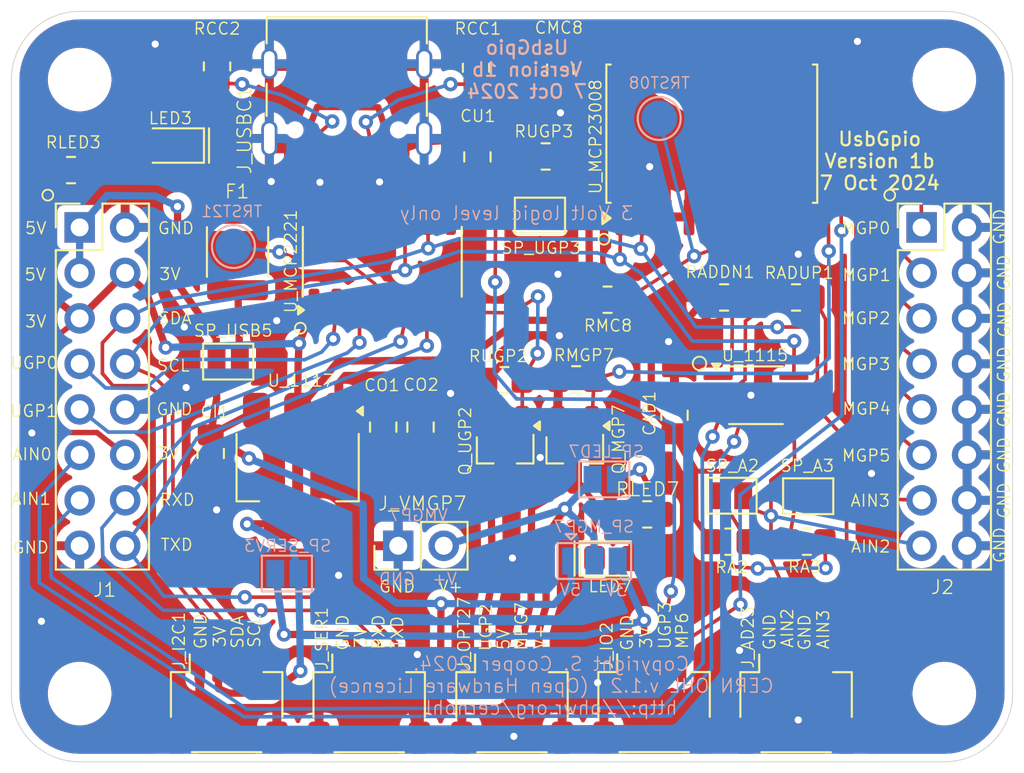
<source format=kicad_pcb>
(kicad_pcb (version 20240108) (generator "pcbnew") (generator_version "8.0")
  (title_block (title "UsbGpio") (date "2024-10-07") (rev "1b"))
  (layers (0 "F.Cu" signal) (31 "B.Cu" signal) (34 "B.Paste" user) (35 "F.Paste" user) (36 "B.SilkS" user "B.Silkscreen") (37 "F.SilkS" user "F.Silkscreen") (38 "B.Mask" user) (39 "F.Mask" user) (44 "Edge.Cuts" user))
  (net 0 "")
  (net 1 "GND")
  (net 2 "+5V")
  (net 3 "Net-(U_MCP2221-VUSB)")
  (net 4 "Net-(F1-Pad2)")
  (net 5 "+3V3")
  (net 6 "SCL")
  (net 7 "SDA")
  (net 8 "TXD")
  (net 9 "RXD")
  (net 11 "AIN3")
  (net 12 "USB+")
  (net 13 "USB-")
  (net 14 "Net-(J_USBC1-CC2)")
  (net 15 "Net-(J_USBC1-CC1)")
  (net 16 "AIN0")
  (net 17 "/ADDR")
  (net 18 "/RDY")
  (net 19 "AIN2")
  (net 20 "/OUGP2")
  (net 21 "/OMPG7")
  (net 22 "AIN1")
  (net 23 "/VSER+")
  (net 24 "UGP1")
  (net 26 "UGP0")
  (net 27 "UGP2")
  (net 28 "Net-(SP_A2-B)")
  (net 29 "Net-(SP_A3-B)")
  (net 30 "UGP3")
  (net 31 "Net-(U_MCP23008-~{RESET})")
  (net 32 "MGP7")
  (net 33 "Net-(U_MCP2221-~{RST})")
  (net 34 "MGP5")
  (net 35 "MGP1")
  (net 36 "MGP0")
  (net 37 "MGP2")
  (net 38 "MGP3")
  (net 39 "Net-(J_OPT27-Pin_4)")
  (net 40 "MGP4")
  (net 41 "MGP6")
  (net 44 "Net-(LED3-A)")
  (net 45 "Net-(SP_UGP3-A)")
  (net 46 "Net-(SP_LED7-B)")
  (net 47 "Net-(SP_USB5-A)")
  (net 48 "Net-(LED7-A)")
  (footprint "MountingHole:MountingHole_3.2mm_M3" (layer "F.Cu") (at 3.81 3.81)
    (property "Reference" "H1")
    (property "Value" "MountingHole" (hide yes))
  )
  (footprint "MountingHole:MountingHole_3.2mm_M3" (layer "F.Cu") (at 52.07 3.81)
    (property "Reference" "H2")
    (property "Value" "MountingHole" (hide yes))
  )
  (footprint "Resistor_SMD:R_0805_2012Metric_Pad1.20x1.40mm_HandSolder" (layer "F.Cu") (at 31.5214 20.5514 180)
    (property "Reference" "RMGP7")
    (property "Value" "10K" (hide yes))
  )
  (footprint "Fuse:Fuse_1812_4532Metric" (layer "F.Cu") (at 12.6238 13.4366 90)
    (property "Reference" "F1")
    (property "Value" "500ma" (hide yes))
  )
  (footprint "Capacitor_SMD:C_0805_2012Metric_Pad1.18x1.45mm_HandSolder" (layer "F.Cu") (at 20.7518 23.2195 90)
    (property "Reference" "CO1")
    (property "Value" "4.7uF" (hide yes))
  )
  (footprint "Connector_JST:JST_SH_SM04B-SRSS-TB_1x04-1MP_P1.00mm_Horizontal" (layer "F.Cu") (at 19.9704 38.6888)
    (property "Reference" "J_SER1")
    (property "Value" "Conn_01x04_MountingPin" (hide yes))
  )
  (footprint "Connector_PinHeader_2.54mm:PinHeader_1x02_P2.54mm_Vertical" (layer "F.Cu") (at 21.59 29.845 90)
    (property "Reference" "J_VMGP7")
    (property "Value" "Conn_01x02" (hide yes))
  )
  (footprint "Resistor_SMD:R_0805_2012Metric_Pad1.20x1.40mm_HandSolder" (layer "F.Cu") (at 29.8196 8.1026 180)
    (property "Reference" "RUGP3")
    (property "Value" "10K" (hide yes))
  )
  (footprint "Package_TO_SOT_SMD:SOT-23_Handsoldering" (layer "F.Cu") (at 27.559 24.487 -90)
    (property "Reference" "Q_UGP2")
    (property "Value" "2N7002K" (hide yes))
  )
  (footprint "Resistor_SMD:R_0805_2012Metric_Pad1.20x1.40mm_HandSolder" (layer "F.Cu") (at 43.7896 15.9766)
    (property "Reference" "RADUP1")
    (property "Value" "10K" (hide yes))
  )
  (footprint "Connector_JST:JST_SH_SM04B-SRSS-TB_1x04-1MP_P1.00mm_Horizontal" (layer "F.Cu") (at 35.8694 38.6822)
    (property "Reference" "J_IO2")
    (property "Value" "Conn_01x04_MountingPin" (hide yes))
  )
  (footprint "UsbGpio:USB_C_Receptacle_Palconn_UTC16-G_MOD" (layer "F.Cu") (at 18.7178 5.168 180)
    (property "Reference" "J_USBC1")
    (property "Value" "USB_C_Receptacle_USB2.0" (hide yes))
  )
  (footprint "Capacitor_SMD:C_0805_2012Metric_Pad1.18x1.45mm_HandSolder" (layer "F.Cu") (at 22.8346 23.2195 90)
    (property "Reference" "CO2")
    (property "Value" "0.1uF" (hide yes))
  )
  (footprint "Resistor_SMD:R_0805_2012Metric_Pad1.20x1.40mm_HandSolder" (layer "F.Cu") (at 33.274 16.1036 180)
    (property "Reference" "RMC8")
    (property "Value" "10K" (hide yes))
  )
  (footprint "Package_TO_SOT_SMD:SOT-23_Handsoldering" (layer "F.Cu") (at 31.4452 24.487 -90)
    (property "Reference" "Q_MGP7")
    (property "Value" "2N7002K" (hide yes))
  )
  (footprint "Capacitor_SMD:C_0805_2012Metric_Pad1.18x1.45mm_HandSolder" (layer "F.Cu") (at 11.1252 24.6888 -90)
    (property "Reference" "CI1")
    (property "Value" "1uF" (hide yes))
  )
  (footprint "Resistor_SMD:R_0805_2012Metric_Pad1.20x1.40mm_HandSolder" (layer "F.Cu") (at 44.3992 29.6164)
    (property "Reference" "RA3")
    (property "Value" "10K" (hide yes))
  )
  (footprint "Jumper:SolderJumper-2_P1.3mm_Open_Pad1.0x1.5mm" (layer "F.Cu") (at 29.4998 11.4046 180)
    (property "Reference" "SP_UGP3")
    (property "Value" "SolderJumper_2_Open" (hide yes))
  )
  (footprint "Capacitor_SMD:C_0805_2012Metric_Pad1.18x1.45mm_HandSolder" (layer "F.Cu") (at 26.0096 8.128 90)
    (property "Reference" "CU1")
    (property "Value" "1uF" (hide yes))
  )
  (footprint "Package_SO:SOIC-18W_7.5x11.6mm_P1.27mm" (layer "F.Cu") (at 39.0906 6.8308 90)
    (property "Reference" "U_MCP23008")
    (property "Value" "MCP23008-xSO" (hide yes))
  )
  (footprint "Resistor_SMD:R_0805_2012Metric" (layer "F.Cu") (at 3.3274 8.8646 180)
    (property "Reference" "RLED3")
    (property "Value" "330" (hide yes))
  )
  (footprint "Resistor_SMD:R_0805_2012Metric" (layer "F.Cu") (at 25.9334 3.1496 90)
    (property "Reference" "RCC1")
    (property "Value" "5K1" (hide yes))
  )
  (footprint "Connector_JST:JST_SH_SM04B-SRSS-TB_1x04-1MP_P1.00mm_Horizontal" (layer "F.Cu") (at 12.0142 38.6842)
    (property "Reference" "J_I2C1")
    (property "Value" "Conn_01x04_MountingPin" (hide yes))
  )
  (footprint "Connector_JST:JST_SH_SM04B-SRSS-TB_1x04-1MP_P1.00mm_Horizontal" (layer "F.Cu") (at 27.94 38.6888)
    (property "Reference" "J_OPT27")
    (property "Value" "Conn_01x04_MountingPin" (hide yes))
  )
  (footprint "Jumper:SolderJumper-2_P1.3mm_Open_Pad1.0x1.5mm" (layer "F.Cu") (at 12.1008 19.558 180)
    (property "Reference" "SP_USB5")
    (property "Value" "SolderJumper_2_Open" (hide yes))
  )
  (footprint "Resistor_SMD:R_0805_2012Metric_Pad1.20x1.40mm_HandSolder" (layer "F.Cu") (at 39.7764 15.9766)
    (property "Reference" "RADDN1")
    (property "Value" "10K" (hide yes))
  )
  (footprint "MountingHole:MountingHole_3.2mm_M3" (layer "F.Cu") (at 3.81 38.1)
    (property "Reference" "H3")
    (property "Value" "MountingHole" (hide yes))
  )
  (footprint "MountingHole:MountingHole_3.2mm_M3" (layer "F.Cu") (at 52.07 38.1)
    (property "Reference" "H4")
    (property "Value" "MountingHole" (hide yes))
  )
  (footprint "Connector_JST:JST_SH_SM04B-SRSS-TB_1x04-1MP_P1.00mm_Horizontal" (layer "F.Cu") (at 43.7956 38.6888)
    (property "Reference" "J_AD23")
    (property "Value" "Conn_01x04_MountingPin" (hide yes))
  )
  (footprint "Resistor_SMD:R_0805_2012Metric_Pad1.20x1.40mm_HandSolder" (layer "F.Cu") (at 27.5184 20.5994 180)
    (property "Reference" "RUGP2")
    (property "Value" "10K" (hide yes))
  )
  (footprint "Resistor_SMD:R_0805_2012Metric" (layer "F.Cu") (at 11.4788 3.0738 90)
    (property "Reference" "RCC2")
    (property "Value" "5K1" (hide yes))
  )
  (footprint "Capacitor_SMD:C_0805_2012Metric_Pad1.18x1.45mm_HandSolder" (layer "F.Cu") (at 37.0078 22.5552 -90)
    (property "Reference" "CAD1")
    (property "Value" "0.1uF" (hide yes))
  )
  (footprint "LED_SMD:LED_0805_2012Metric_Pad1.15x1.40mm_HandSolder" (layer "F.Cu") (at 33.5698 30.5562)
    (property "Reference" "LED7")
    (property "Value" "blue" (hide yes))
  )
  (footprint "Package_SO:SOIC-14_3.9x8.7mm_P1.27mm" (layer "F.Cu") (at 20.701 13.9842 90)
    (property "Reference" "U_MCP2221")
    (property "Value" "MCP2221AxSL" (hide yes))
  )
  (footprint "LED_SMD:LED_0805_2012Metric_Pad1.15x1.40mm_HandSolder" (layer "F.Cu") (at 8.89 7.493 180)
    (property "Reference" "LED3")
    (property "Value" "yellow" (hide yes))
  )
  (footprint "Capacitor_SMD:C_0805_2012Metric_Pad1.18x1.45mm_HandSolder" (layer "F.Cu") (at 30.6324 3.2258 90)
    (property "Reference" "CMC8")
    (property "Value" "0.1uF" (hide yes))
  )
  (footprint "UsbGpio:MSOP-10_3x3mm_P0.5mm_MOD" (layer "F.Cu") (at 41.5544 21.4376)
    (property "Reference" "U_1115")
    (property "Value" "ADS1115" (hide yes))
  )
  (footprint "Connector_PinHeader_2.54mm:PinHeader_2x08_P2.54mm_Vertical" (layer "F.Cu") (at 50.8 12.065)
    (property "Reference" "J2")
    (property "Value" "Conn_02x08_Odd_Even" (hide yes))
  )
  (footprint "Resistor_SMD:R_0805_2012Metric" (layer "F.Cu") (at 35.4857 28.0924)
    (property "Reference" "RLED7")
    (property "Value" "330" (hide yes))
  )
  (footprint "Package_TO_SOT_SMD:SOT-223-3_TabPin2" (layer "F.Cu") (at 15.9766 25.4508 -90)
    (property "Reference" "U_1117")
    (property "Value" "AZ1117-3.3" (hide yes))
  )
  (footprint "Jumper:SolderJumper-2_P1.3mm_Open_Pad1.0x1.5mm" (layer "F.Cu") (at 40.1932 27.051 180)
    (property "Reference" "SP_A2")
    (property "Value" "SolderJumper_2_Open" (hide yes))
  )
  (footprint "Connector_PinHeader_2.54mm:PinHeader_2x08_P2.54mm_Vertical" (layer "F.Cu") (at 3.81 12.065)
    (property "Reference" "J1")
    (property "Value" "Conn_02x08_Odd_Even" (hide yes))
  )
  (footprint "Resistor_SMD:R_0805_2012Metric_Pad1.20x1.40mm_HandSolder" (layer "F.Cu") (at 40.0718 29.6164 180)
    (property "Reference" "RA2")
    (property "Value" "10K" (hide yes))
  )
  (footprint "Jumper:SolderJumper-2_P1.3mm_Open_Pad1.0x1.5mm" (layer "F.Cu") (at 44.4708 27.0764 180)
    (property "Reference" "SP_A3")
    (property "Value" "SolderJumper_2_Open" (hide yes))
  )
  (footprint "Jumper:SolderJumper-2_P1.3mm_Open_Pad1.0x1.5mm" (layer "B.Cu") (at 15.3774 31.3944 180)
    (property "Reference" "SP_SERV3")
    (property "Value" "SolderJumper_2_Open" (hide yes))
  )
  (footprint "TestPoint:TestPoint_Pad_D2.0mm" (layer "B.Cu") (at 12.3952 13.1318 180)
    (property "Reference" "TRST21")
    (property "Value" "TestPoint" (hide yes))
  )
  (footprint "Jumper:SolderJumper-3_P1.3mm_Open_Pad1.0x1.5mm" (layer "B.Cu") (at 32.5374 30.6931)
    (property "Reference" "SP_MGP7")
    (property "Value" "SolderJumper_3_Open" (hide yes))
  )
  (footprint "Jumper:SolderJumper-2_P1.3mm_Open_Pad1.0x1.5mm" (layer "B.Cu") (at 33.0858 26.1366)
    (property "Reference" "SP_LED7")
    (property "Value" "SolderJumper_2_Open" (hide yes))
  )
  (footprint "TestPoint:TestPoint_Pad_D2.0mm" (layer "B.Cu") (at 36.1569 5.9817 180)
    (property "Reference" "TRST08")
    (property "Value" "TestPoint" (hide yes))
  )
  (gr_line (start 52.07 41.91) (end 3.81 41.91) (stroke (width 0.05)) (layer "Edge.Cuts"))
  (gr_arc (start 0 3.81) (mid 1.115923 1.115923) (end 3.81 0) (stroke (width 0.05)) (layer "Edge.Cuts"))
  (gr_arc (start 3.81 41.91) (mid 1.115923 40.794077) (end 0 38.1) (stroke (width 0.05)) (layer "Edge.Cuts"))
  (gr_line (start 0 38.1) (end 0 3.81) (stroke (width 0.05)) (layer "Edge.Cuts"))
  (gr_arc (start 55.88 38.1) (mid 54.764077 40.794077) (end 52.07 41.91) (stroke (width 0.05)) (layer "Edge.Cuts"))
  (gr_arc (start 52.07 0) (mid 54.764077 1.115923) (end 55.88 3.81) (stroke (width 0.05)) (layer "Edge.Cuts"))
  (gr_line (start 3.81 0) (end 52.07 0) (stroke (width 0.05)) (layer "Edge.Cuts"))
  (gr_line (start 55.88 3.81) (end 55.88 38.1) (stroke (width 0.05)) (layer "Edge.Cuts"))
  (gr_text "5V" (at 31.8516 32.6898 0) (layer "B.SilkS") (effects (font (size 0.6604 0.6604) (thickness 0.0762)) (justify left bottom mirror)))
  (gr_text "Copyright S. Cooper 2024.\nCERN OHL v.1.2  (Open Hardware Licence)\nhttp://ohwr.org/cernohl" (at 30.1244 37.6682 0) (layer "B.SilkS") (effects (font (size 0.762 0.762) (thickness 0.0762)) (justify mirror)))
  (gr_text "GND" (at 22.5806 32.0802 0) (layer "B.SilkS") (effects (font (size 0.6604 0.6604) (thickness 0.0762)) (justify left bottom mirror)))
  (gr_text "VMGP7" (at 24.4094 28.5242 0) (layer "B.SilkS") (effects (font (size 0.6604 0.6604) (thickness 0.0762)) (justify left bottom mirror)))
  (gr_text "3V" (at 34.417 32.7152 0) (layer "B.SilkS") (effects (font (size 0.6604 0.6604) (thickness 0.0762)) (justify left bottom mirror)))
  (gr_text "3 Volt logic level only" (at 28.194 11.2776 0) (layer "B.SilkS") (effects (font (size 0.762 0.762) (thickness 0.0762)) (justify mirror)))
  (gr_text "UsbGpio\nVersion 1b\n7 Oct 2024" (at 28.7782 3.2512 0) (layer "B.SilkS") (effects (font (size 0.762 0.762) (thickness 0.127) (bold yes)) (justify mirror)))
  (gr_text "V+" (at 24.9174 32.0802 0) (layer "B.SilkS") (effects (font (size 0.6604 0.6604) (thickness 0.0762)) (justify left bottom mirror)))
  (gr_text "UsbGpio\nVersion 1b\n7 Oct 2024" (at 48.4632 8.3566 0) (layer "F.SilkS") (effects (font (size 0.762 0.762) (thickness 0.127) (bold yes))))
  (gr_text "AIN1" (at -0.0508 27.6098 0) (layer "F.SilkS") (effects (font (size 0.6604 0.6604) (thickness 0.0762)) (justify left bottom)))
  (gr_text "GND" (at 18.8736 35.7444 90) (layer "F.SilkS") (effects (font (size 0.6604 0.6604) (thickness 0.0762)) (justify left bottom)))
  (gr_text "GND" (at 55.7784 25.8318 90) (layer "F.SilkS") (effects (font (size 0.6604 0.6604) (thickness 0.0762)) (justify left bottom)))
  (gr_text "GND" (at 0.0254 30.3276 0) (layer "F.SilkS") (effects (font (size 0.6604 0.6604) (thickness 0.0762)) (justify left bottom)))
  (gr_text "GND" (at 55.7784 20.7772 90) (layer "F.SilkS") (effects (font (size 0.6604 0.6604) (thickness 0.0762)) (justify left bottom)))
  (gr_text "RXD" (at 8.2296 27.6606 0) (layer "F.SilkS") (effects (font (size 0.6604 0.6604) (thickness 0.0762)) (justify left bottom)))
  (gr_text "GND" (at 44.6532 35.7378 90) (layer "F.SilkS") (effects (font (size 0.6604 0.6604) (thickness 0.0762)) (justify left bottom)))
  (gr_text "V+" (at 23.7744 32.512 0) (layer "F.SilkS") (effects (font (size 0.6604 0.6604) (thickness 0.0762)) (justify left bottom)))
  (gr_text "3V" (at 8.2042 15.0622 0) (layer "F.SilkS") (effects (font (size 0.6604 0.6604) (thickness 0.0762)) (justify left bottom)))
  (gr_text "GND" (at 55.5498 13.081 90) (layer "F.SilkS") (effects (font (size 0.6604 0.6604) (thickness 0.0762)) (justify left bottom)))
  (gr_text "MP6" (at 37.8192 35.655 90) (layer "F.SilkS") (effects (font (size 0.6604 0.6604) (thickness 0.0762)) (justify left bottom)))
  (gr_text "5V" (at 0.7112 12.4968 0) (layer "F.SilkS") (effects (font (size 0.6604 0.6604) (thickness 0.0762)) (justify left bottom)))
  (gr_text "V+" (at 29.8898 35.6616 90) (layer "F.SilkS") (effects (font (size 0.6604 0.6604) (thickness 0.0762)) (justify left bottom)))
  (gr_text "MGP0" (at 46.3042 12.4968 0) (layer "F.SilkS") (effects (font (size 0.6604 0.6604) (thickness 0.0762)) (justify left bottom)))
  (gr_text "GND" (at 55.7784 23.2918 90) (layer "F.SilkS") (effects (font (size 0.6604 0.6604) (thickness 0.0762)) (justify left bottom)))
  (gr_text "GND" (at 8.0518 22.606 0) (layer "F.SilkS") (effects (font (size 0.6604 0.6604) (thickness 0.0762)) (justify left bottom)))
  (gr_text "MGP5" (at 46.3042 25.1968 0) (layer "F.SilkS") (effects (font (size 0.6604 0.6604) (thickness 0.0762)) (justify left bottom)))
  (gr_text "SDA" (at 13.0048 35.6362 90) (layer "F.SilkS") (effects (font (size 0.6604 0.6604) (thickness 0.0762)) (justify left bottom)))
  (gr_text "3V" (at 8.1026 25.0698 0) (layer "F.SilkS") (effects (font (size 0.6604 0.6604) (thickness 0.0762)) (justify left bottom)))
  (gr_text "GND" (at 20.4724 32.512 0) (layer "F.SilkS") (effects (font (size 0.6604 0.6604) (thickness 0.0762)) (justify left bottom)))
  (gr_text "3V" (at 0.7112 17.7038 0) (layer "F.SilkS") (effects (font (size 0.6604 0.6604) (thickness 0.0762)) (justify left bottom)))
  (gr_text "MGP4" (at 46.3296 22.5806 0) (layer "F.SilkS") (effects (font (size 0.6604 0.6604) (thickness 0.0762)) (justify left bottom)))
  (gr_text "GND" (at 55.8038 18.2626 90) (layer "F.SilkS") (effects (font (size 0.6604 0.6604) (thickness 0.0762)) (justify left bottom)))
  (gr_text "SCL" (at 13.9446 35.5854 90) (layer "F.SilkS") (effects (font (size 0.6604 0.6604) (thickness 0.0762)) (justify left bottom)))
  (gr_text "TXD" (at 21.9202 35.6108 90) (layer "F.SilkS") (effects (font (size 0.6604 0.6604) (thickness 0.0762)) (justify left bottom)))
  (gr_text "MGP1" (at 46.3296 15.113 0) (layer "F.SilkS") (effects (font (size 0.6604 0.6604) (thickness 0.0762)) (justify left bottom)))
  (gr_text "RXD" (at 20.8788 35.687 90) (layer "F.SilkS") (effects (font (size 0.6604 0.6604) (thickness 0.0762)) (justify left bottom)))
  (gr_text "AIN3" (at 46.7868 27.7114 0) (layer "F.SilkS") (effects (font (size 0.6604 0.6604) (thickness 0.0762)) (justify left bottom)))
  (gr_text "3V" (at 35.8126 35.6296 90) (layer "F.SilkS") (effects (font (size 0.6604 0.6604) (thickness 0.0762)) (justify left bottom)))
  (gr_text "GND" (at 10.9488 35.6682 90) (layer "F.SilkS") (effects (font (size 0.6604 0.6604) (thickness 0.0762)) (justify left bottom)))
  (gr_text "UGP1" (at -0.127 22.7076 0) (layer "F.SilkS") (effects (font (size 0.6604 0.6604) (thickness 0.0762)) (justify left bottom)))
  (gr_text "GND" (at 42.6988 35.719 90) (layer "F.SilkS") (effects (font (size 0.6604 0.6604) (thickness 0.0762)) (justify left bottom)))
  (gr_text "UGP2" (at 26.8686 35.7698 90) (layer "F.SilkS") (effects (font (size 0.6604 0.6604) (thickness 0.0762)) (justify left bottom)))
  (gr_text "TXD" (at 8.2804 30.1752 0) (layer "F.SilkS") (effects (font (size 0.6604 0.6604) (thickness 0.0762)) (justify left bottom)))
  (gr_text "GND" (at 34.7458 35.7566 90) (layer "F.SilkS") (effects (font (size 0.6604 0.6604) (thickness 0.0762)) (justify left bottom)))
  (gr_text "AIN2" (at 43.6894 35.592 90) (layer "F.SilkS") (effects (font (size 0.6604 0.6604) (thickness 0.0762)) (justify left bottom)))
  (gr_text "UGP0" (at -0.1016 20.0152 0) (layer "F.SilkS") (effects (font (size 0.6604 0.6604) (thickness 0.0762)) (justify left bottom)))
  (gr_text "5V" (at 0.6858 15.0876 0) (layer "F.SilkS") (effects (font (size 0.6604 0.6604) (thickness 0.0762)) (justify left bottom)))
  (gr_text "AIN2" (at 46.8122 30.2768 0) (layer "F.SilkS") (effects (font (size 0.6604 0.6604) (thickness 0.0762)) (justify left bottom)))
  (gr_text "GND" (at 55.7784 15.6464 90) (layer "F.SilkS") (effects (font (size 0.6604 0.6604) (thickness 0.0762)) (justify left bottom)))
  (gr_text "3V" (at 19.8882 35.6108 90) (layer "F.SilkS") (effects (font (size 0.6604 0.6604) (thickness 0.0762)) (justify left bottom)))
  (gr_text "SDA" (at 8.1534 17.526 0) (layer "F.SilkS") (effects (font (size 0.6604 0.6604) (thickness 0.0762)) (justify left bottom)))
  (gr_text "AIN3" (at 45.6946 35.6682 90) (layer "F.SilkS") (effects (font (size 0.6604 0.6604) (thickness 0.0762)) (justify left bottom)))
  (gr_text "MGP2" (at 46.3042 17.526 0) (layer "F.SilkS") (effects (font (size 0.6604 0.6604) (thickness 0.0762)) (justify left bottom)))
  (gr_text "SCL" (at 8.0772 20.1676 0) (layer "F.SilkS") (effects (font (size 0.6604 0.6604) (thickness 0.0762)) (justify left bottom)))
  (gr_text "3V" (at 12.0142 35.56 90) (layer "F.SilkS") (effects (font (size 0.6604 0.6604) (thickness 0.0762)) (justify left bottom)))
  (gr_text "GND" (at 55.7784 28.3718 90) (layer "F.SilkS") (effects (font (size 0.6604 0.6604) (thickness 0.0762)) (justify left bottom)))
  (gr_text "AIN0" (at 0 25.1206 0) (layer "F.SilkS") (effects (font (size 0.6604 0.6604) (thickness 0.0762)) (justify left bottom)))
  (gr_text "MPG7" (at 28.8498 35.7444 90) (layer "F.SilkS") (effects (font (size 0.6604 0.6604) (thickness 0.0762)) (justify left bottom)))
  (gr_text "UGP3" (at 36.8554 35.6616 90) (layer "F.SilkS") (effects (font (size 0.6604 0.6604) (thickness 0.0762)) (justify left bottom)))
  (gr_text "5V" (at 27.8578 35.7124 90) (layer "F.SilkS") (effects (font (size 0.6604 0.6604) (thickness 0.0762)) (justify left bottom)))
  (gr_text "MGP3" (at 46.3042 20.0914 0) (layer "F.SilkS") (effects (font (size 0.6604 0.6604) (thickness 0.0762)) (justify left bottom)))
  (gr_text "GND" (at 55.5498 30.861 90) (layer "F.SilkS") (effects (font (size 0.6604 0.6604) (thickness 0.0762)) (justify left bottom)))
  (gr_text "GND" (at 8.128 12.4968 0) (layer "F.SilkS") (effects (font (size 0.6604 0.6604) (thickness 0.0762)) (justify left bottom)))
  (segment (start 9.7536 21.0058) (end 9.779 25.707608) (width 0.4064) (layer "F.Cu") (net 1))
  (segment (start 21.59 29.845) (end 21.59 31.496) (width 0.4064) (layer "F.Cu") (net 1))
  (segment (start 37.8587 8.7249) (end 35.6235 8.6741) (width 0.4064) (layer "F.Cu") (net 1))
  (segment (start 3.8608 31.4198) (end 3.81 29.845) (width 0.4064) (layer "F.Cu") (net 1))
  (segment (start 25.9334 2.2371) (end 23.0378 3.1198) (width 0.2032) (layer "F.Cu") (net 1))
  (segment (start 30.645118 5.6642) (end 26.0096 7.0905) (width 0.4064) (layer "F.Cu") (net 1))
  (segment (start 37.8206 11.4808) (end 37.8587 8.7249) (width 0.4064) (layer "F.Cu") (net 1))
  (segment (start 14.5034 9.50246) (end 9.9568 9.4742) (width 0.4064) (layer "F.Cu") (net 1))
  (segment (start 26.0096 7.0905) (end 23.0378 7.2898) (width 0.4064) (layer "F.Cu") (net 1))
  (segment (start 20.5486 9.525) (end 21.8948 8.6614) (width 0.4064) (layer "F.Cu") (net 1))
  (segment (start 30.5214 20.5514) (end 30.4952 22.987) (width 0.4064) (layer "F.Cu") (net 1))
  (segment (start 38.3794 21.4376) (end 39.4419 21.4376) (width 0.2794) (layer "F.Cu") (net 1))
  (segment (start 34.417 40.5084) (end 33.0902 40.5084) (width 0.4064) (layer "F.Cu") (net 1))
  (segment (start 30.5816 18.1102) (end 28.8544 18.0848) (width 0.4064) (layer "F.Cu") (net 1))
  (segment (start 53.3146 31.115) (end 46.5836 37.9222) (width 0.4064) (layer "F.Cu") (net 1))
  (segment (start 44.315 36.6334) (end 44.323 37.9222) (width 0.4064) (layer "F.Cu") (net 1))
  (segment (start 26.609 22.4) (end 26.6192 24.765) (width 0.4064) (layer "F.Cu") (net 1))
  (segment (start 18.4898 36.6334) (end 18.4912 40.5084) (width 0.4064) (layer "F.Cu") (net 1))
  (segment (start 43.9547 9.7409) (end 41.9481 8.6995) (width 0.4064) (layer "F.Cu") (net 1))
  (segment (start 9.2142 40.5084) (end 10.541 40.5084) (width 0.4064) (layer "F.Cu") (net 1))
  (segment (start 18.4912 40.5084) (end 22.7898 40.5084) (width 0.4064) (layer "F.Cu") (net 1))
  (segment (start 10.5142 36.6842) (end 3.8608 31.4198) (width 0.4064) (layer "F.Cu") (net 1))
  (segment (start 40.64 35.687) (end 42.2956 36.6888) (width 0.2794) (layer "F.Cu") (net 1))
  (segment (start 14.3978 3.1198) (end 23.0378 3.1198) (width 0.4064) (layer "F.Cu") (net 1))
  (segment (start 26.5184 20.5994) (end 24.511 21.336) (width 0.4064) (layer "F.Cu") (net 1))
  (segment (start 44.323 37.9222) (end 43.5102 38.6842) (width 0.4064) (layer "F.Cu") (net 1))
  (segment (start 30.6324 4.2633) (end 30.645118 5.6642) (width 0.3048) (layer "F.Cu") (net 1))
  (segment (start 30.74 40.5084) (end 22.7898 40.5084) (width 0.4064) (layer "F.Cu") (net 1))
  (segment (start 10.5142 36.6842) (end 10.541 40.5084) (width 0.4064) (layer "F.Cu") (net 1))
  (segment (start 10.5142 36.6334) (end 10.5142 36.6842) (width 0.4064) (layer "F.Cu") (net 1))
  (segment (start 21.59 31.496) (end 22.2504 32.004) (width 0.4064) (layer "F.Cu") (net 1))
  (segment (start 15.5178 7.678) (end 14.3978 7.2898) (width 0.4064) (layer "F.Cu") (net 1))
  (segment (start 23.0378 7.2898) (end 23.0378 3.1198) (width 0.4064) (layer "F.Cu") (net 1))
  (segment (start 21.6154 28.3464) (end 21.59 29.845) (width 0.4064) (layer "F.Cu") (net 1))
  (segment (start 46.5836 37.9222) (end 46.615 40.5084) (width 0.4064) (layer "F.Cu") (net 1))
  (segment (start 20.7518 22.182) (end 22.8346 22.182) (width 0.4064) (layer "F.Cu") (net 1))
  (segment (start 44.1706 11.4808) (end 43.9547 9.7409) (width 0.4064) (layer "F.Cu") (net 1))
  (segment (start 17.1898 40.5084) (end 18.4912 40.5084) (width 0.4064) (layer "F.Cu") (net 1))
  (segment (start 30.74 40.5638) (end 30.74 40.5084) (width 0.3556) (layer "F.Cu") (net 1))
  (segment (start 9.7536 21.0058) (end 9.652 17.8562) (width 0.4064) (layer "F.Cu") (net 1))
  (segment (start 8.128 10.0838) (end 9.9568 9.4742) (width 0.4064) (layer "F.Cu") (net 1))
  (segment (start 10.541 40.5084) (end 14.8142 40.5084) (width 0.4064) (layer "F.Cu") (net 1))
  (segment (start 36.5506 11.4808) (end 39.0906 11.4808) (width 0.2032) (layer "F.Cu") (net 1))
  (segment (start 42.315 36.6334) (end 42.3418 40.5084) (width 0.4064) (layer "F.Cu") (net 1))
  (segment (start 9.9568 9.4742) (end 9.915 7.493) (width 0.4064) (layer "F.Cu") (net 1))
  (segment (start 46.615 40.5084) (end 34.417 40.5084) (width 0.4064) (layer "F.Cu") (net 1))
  (segment (start 9.779 25.707608) (end 11.1252 25.7263) (width 0.4064) (layer "F.Cu") (net 1))
  (segment (start 8.150546 12.0904) (end 6.35 12.065) (width 0.4064) (layer "F.Cu") (net 1))
  (segment (start 33.0902 40.5084) (end 30.74 40.5638) (width 0.4064) (layer "F.Cu") (net 1))
  (segment (start 20.7518 22.182) (end 18.2766 22.3008) (width 0.4064) (layer "F.Cu") (net 1))
  (segment (start 53.34 29.845) (end 53.3146 31.115) (width 0.4064) (layer "F.Cu") (net 1))
  (segment (start 30.5816 18.1102) (end 30.5214 20.5514) (width 0.4064) (layer "F.Cu") (net 1))
  (segment (start 21.8948 8.6614) (end 21.9178 7.678) (width 0.4064) (layer "F.Cu") (net 1))
  (segment (start 24.511 21.336) (end 22.8346 22.182) (width 0.4064) (layer "F.Cu") (net 1))
  (segment (start 41.9481 8.6995) (end 37.8587 8.7249) (width 0.4064) (layer "F.Cu") (net 1))
  (segment (start 43.9166 13.5636) (end 39.3954 14.6558) (width 0.4064) (layer "F.Cu") (net 1))
  (segment (start 34.417 40.5084) (end 34.3694 36.6822) (width 0.4064) (layer "F.Cu") (net 1))
  (segment (start 8.1788 14.605) (end 8.128 10.0838) (width 0.4064) (layer "F.Cu") (net 1))
  (segment (start 9.779 25.707608) (end 9.779 29.1084) (width 0.4064) (layer "F.Cu") (net 1))
  (segment (start 38.7764 15.9766) (end 36.6776 18.4443) (width 0.4064) (layer "F.Cu") (net 1))
  (segment (start 39.4419 21.4376) (end 41.275 21.4376) (width 0.2794) (layer "F.Cu") (net 1))
  (segment (start 21.9178 7.678) (end 23.0378 7.2898) (width 0.4064) (layer "F.Cu") (net 1))
  (segment (start 22.2504 32.004) (end 22.225 38.6588) (width 0.4064) (layer "F.Cu") (net 1))
  (segment (start 17.1898 40.5084) (end 14.8142 40.5084) (width 0.4064) (layer "F.Cu") (net 1))
  (segment (start 39.3954 14.6558) (end 38.7764 15.9766) (width 0.4064) (layer "F.Cu") (net 1))
  (segment (start 43.5102 38.6842) (end 42.329359 38.7096) (width 0.4064) (layer "F.Cu") (net 1))
  (segment (start 9.652 17.8562) (end 8.1788 14.605) (width 0.4064) (layer "F.Cu") (net 1))
  (segment (start 26.6192 24.765) (end 21.6154 28.3464) (width 0.4064) (layer "F.Cu") (net 1))
  (segment (start 9.779 29.1084) (end 13.0302 31.496) (width 0.4064) (layer "F.Cu") (net 1))
  (segment (start 13.0302 31.496) (end 21.59 31.496) (width 0.4064) (layer "F.Cu") (net 1))
  (segment (start 26.5184 20.5994) (end 26.609 22.987) (width 0.4064) (layer "F.Cu") (net 1))
  (segment (start 28.8544 18.0848) (end 26.5184 20.5994) (width 0.4064) (layer "F.Cu") (net 1))
  (segment (start 37.0078 21.5177) (end 38.3794 21.4376) (width 0.2794) (layer "F.Cu") (net 1))
  (segment (start 36.6776 18.4443) (end 37.0078 21.5177) (width 0.2794) (layer "F.Cu") (net 1))
  (segment (start 17.2212 9.545566) (end 16.891 11.5092) (width 0.4064) (layer "F.Cu") (net 1))
  (segment (start 22.225 38.6588) (end 22.7704 40.5638) (width 0.4064) (layer "F.Cu") (net 1))
  (segment (start 11.4788 2.1613) (end 14.3978 3.1198) (width 0.2032) (layer "F.Cu") (net 1))
  (segment (start 14.3978 7.2898) (end 14.3978 3.1198) (width 0.4064) (layer "F.Cu") (net 1))
  (segment (start 14.5034 9.50246) (end 15.367 8.3566) (width 0.4064) (layer "F.Cu") (net 1))
  (segment (start 15.367 8.3566) (end 15.5178 7.678) (width 0.4064) (layer "F.Cu") (net 1))
  (segment (start 43.9166 13.5636) (end 44.1706 11.4808) (width 0.4064) (layer "F.Cu") (net 1))
  (via (at 28.0416 40.4876) (size 0.8) (drill 0.4) (layers "F.Cu" "B.Cu") (net 1))
  (via (at 1.143 23.5458) (size 0.8) (drill 0.4) (layers "F.Cu" "B.Cu") (net 1))
  (via (at 1.6764 34.0614) (size 0.8) (drill 0.4) (layers "F.Cu" "B.Cu") (net 1))
  (via (at 24.511 21.336) (size 0.8) (drill 0.4) (layers "F.Cu" "B.Cu") (net 1))
  (via (at 30.5054 14.6812) (size 0.8) (drill 0.4) (layers "F.Cu" "B.Cu") (net 1))
  (via (at 40.64 35.687) (size 0.8) (drill 0.4) (layers "F.Cu" "B.Cu") (net 1))
  (via (at 41.275 21.4376) (size 0.8) (drill 0.4) (layers "F.Cu" "B.Cu") (net 1))
  (via (at 9.652 17.6276) (size 0.8) (drill 0.4) (layers "F.Cu" "B.Cu") (net 1))
  (via (at 48.006 25.8064) (size 0.8) (drill 0.4) (layers "F.Cu" "B.Cu") (net 1))
  (via (at 18.2626 31.496) (size 0.8) (drill 0.4) (layers "F.Cu" "B.Cu") (net 1))
  (via (at 36.6776 18.4443) (size 0.8) (drill 0.4) (layers "F.Cu" "B.Cu") (net 1))
  (via (at 14.5034 9.50246) (size 0.8) (drill 0.4) (layers "F.Cu" "B.Cu") (net 1))
  (via (at 43.9166 39.5732) (size 0.8) (drill 0.4) (layers "F.Cu" "B.Cu") (net 1))
  (via (at 20.5486 9.525) (size 0.8) (drill 0.4) (layers "F.Cu" "B.Cu") (net 1))
  (via (at 47.2186 1.6764) (size 0.8) (drill 0.4) (layers "F.Cu" "B.Cu") (net 1))
  (via (at 32.7152 37.4904) (size 0.8) (drill 0.4) (layers "F.Cu" "B.Cu") (net 1))
  (via (at 22.6568 35.9156) (size 0.8) (drill 0.4) (layers "F.Cu" "B.Cu") (net 1))
  (via (at 43.9166 13.5636) (size 0.8) (drill 0.4) (layers "F.Cu" "B.Cu") (net 1))
  (via (at 17.2212 9.545566) (size 0.8) (drill 0.4) (layers "F.Cu" "B.Cu") (net 1))
  (via (at 30.645118 5.6642) (size 0.8) (drill 0.4) (layers "F.Cu" "B.Cu") (net 1))
  (via (at 14.8082 17.272) (size 0.8) (drill 0.4) (layers "F.Cu" "B.Cu") (net 1))
  (via (at 29.5148 24.9174) (size 0.8) (drill 0.4) (layers "F.Cu" "B.Cu") (net 1))
  (via (at 8.0264 1.8288) (size 0.8) (drill 0.4) (layers "F.Cu" "B.Cu") (net 1))
  (via (at 11.4554 27.8384) (size 0.8) (drill 0.4) (layers "F.Cu" "B.Cu") (net 1))
  (via (at 30.5816 18.1102) (size 0.8) (drill 0.4) (layers "F.Cu" "B.Cu") (net 1))
  (via (at 27.9654 30.5308) (size 0.8) (drill 0.4) (layers "F.Cu" "B.Cu") (net 1))
  (via (at 9.7536 21.0058) (size 0.8) (drill 0.4) (layers "F.Cu" "B.Cu") (net 1))
  (via (at 35.6235 8.6741) (size 0.8) (drill 0.4) (layers "F.Cu" "B.Cu") (net 1))
  (segment (start 53.34 10.6934) (end 53.34 12.065) (width 0.4064) (layer "B.Cu") (net 1))
  (segment (start 39.7002 34.544) (end 40.64 35.687) (width 0.2794) (layer "B.Cu") (net 1))
  (segment (start 17.2212 9.545566) (end 14.5034 9.50246) (width 0.4064) (layer "B.Cu") (net 1))
  (segment (start 35.6235 8.6741) (end 30.645118 5.6642) (width 0.4064) (layer "B.Cu") (net 1))
  (segment (start 41.275 21.4376) (end 41.3512 25.3238) (width 0.2794) (layer "B.Cu") (net 1))
  (segment (start 43.9166 13.5636) (end 46.7614 10.2362) (width 0.4064) (layer "B.Cu") (net 1))
  (segment (start 53.34 12.065) (end 53.34 29.845) (width 0.4064) (layer "B.Cu") (net 1))
  (segment (start 30.5816 18.1102) (end 36.6776 18.4443) (width 0.4064) (layer "B.Cu") (net 1))
  (segment (start 46.7614 10.2362) (end 52.3494 10.2362) (width 0.4064) (layer "B.Cu") (net 1))
  (segment (start 39.7002 26.6954) (end 39.7002 34.544) (width 0.2794) (layer "B.Cu") (net 1))
  (segment (start 52.3494 10.2362) (end 53.34 10.6934) (width 0.4064) (layer "B.Cu") (net 1))
  (segment (start 6.35 22.225) (end 9.7536 21.0058) (width 0.4064) (layer "B.Cu") (net 1))
  (segment (start 20.5486 9.525) (end 17.2212 9.545566) (width 0.4064) (layer "B.Cu") (net 1))
  (segment (start 41.3512 25.3238) (end 39.7002 26.6954) (width 0.2794) (layer "B.Cu") (net 1))
  (segment (start 27.0002 38.1254) (end 27.432 37.719) (width 0.4064) (layer "F.Cu") (net 2))
  (segment (start 27.432 37.719) (end 27.44 36.6888) (width 0.4064) (layer "F.Cu") (net 2))
  (segment (start 9.2964 15.24) (end 11.43 18.2626) (width 0.4064) (layer "F.Cu") (net 2))
  (segment (start 11.4508 19.558) (end 11.4554 21.6408) (width 0.4064) (layer "F.Cu") (net 2))
  (segment (start 23.9522 36.8554) (end 24.8158 38.1254) (width 0.4064) (layer "F.Cu") (net 2))
  (segment (start 24.8158 38.1254) (end 27.0002 38.1254) (width 0.4064) (layer "F.Cu") (net 2))
  (segment (start 9.271 10.8966) (end 9.2964 15.24) (width 0.4064) (layer "F.Cu") (net 2))
  (segment (start 13.2588 24.9682) (end 11.1252 23.6513) (width 0.4064) (layer "F.Cu") (net 2))
  (segment (start 11.1252 23.6513) (end 13.6766 22.3008) (width 0.4064) (layer "F.Cu") (net 2))
  (segment (start 23.9776 33.0708) (end 23.9522 36.8554) (width 0.4064) (layer "F.Cu") (net 2))
  (segment (start 11.4554 21.6408) (end 11.1252 23.6513) (width 0.4064) (layer "F.Cu") (net 2))
  (segment (start 11.43 18.2626) (end 11.4508 19.558) (width 0.4064) (layer "F.Cu") (net 2))
  (via (at 9.271 10.8966) (size 0.8) (drill 0.4) (layers "F.Cu" "B.Cu") (net 2))
  (via (at 23.9776 33.0708) (size 0.8) (drill 0.4) (layers "F.Cu" "B.Cu") (net 2))
  (via (at 13.2588 24.9682) (size 0.8) (drill 0.4) (layers "F.Cu" "B.Cu") (net 2))
  (segment (start 31.242 32.0294) (end 31.2374 30.6931) (width 0.4064) (layer "B.Cu") (net 2))
  (segment (start 21.4884 33.0454) (end 19.6596 31.6738) (width 0.4064) (layer "B.Cu") (net 2))
  (segment (start 19.6596 31.6738) (end 19.6342 27.5336) (width 0.4064) (layer "B.Cu") (net 2))
  (segment (start 19.6342 27.5336) (end 13.2588 24.9682) (width 0.4064) (layer "B.Cu") (net 2))
  (segment (start 23.9776 33.0708) (end 30.2768 33.1216) (width 0.4064) (layer "B.Cu") (net 2))
  (segment (start 8.0264 10.3124) (end 5.334 10.287) (width 0.4064) (layer "B.Cu") (net 2))
  (segment (start 30.2768 33.1216) (end 31.242 32.0294) (width 0.4064) (layer "B.Cu") (net 2))
  (segment (start 9.271 10.8966) (end 8.0264 10.3124) (width 0.4064) (layer "B.Cu") (net 2))
  (segment (start 23.9776 33.0708) (end 21.4884 33.0454) (width 0.4064) (layer "B.Cu") (net 2))
  (segment (start 5.334 10.287) (end 3.81 12.065) (width 0.4064) (layer "B.Cu") (net 2))
  (segment (start 3.81 12.065) (end 3.81 14.605) (width 0.4064) (layer "B.Cu") (net 2))
  (segment (start 20.701 11.5092) (end 20.9804 10.4902) (width 0.2032) (layer "F.Cu") (net 3))
  (segment (start 20.9804 10.4902) (end 23.0124 9.1694) (width 0.2032) (layer "F.Cu") (net 3))
  (segment (start 23.0124 9.1694) (end 26.0096 9.1655) (width 0.2032) (layer "F.Cu") (net 3))
  (segment (start 15.3924 10.4902) (end 13.7922 11.2522) (width 0.4064) (layer "F.Cu") (net 4))
  (segment (start 17.0688 5.334) (end 20.4724 5.3594) (width 0.3556) (layer "F.Cu") (net 4))
  (segment (start 20.736336 6.1468) (end 20.8788 6.5532) (width 0.3556) (layer "F.Cu") (net 4))
  (segment (start 16.3068 8.5852) (end 15.3924 10.4902) (width 0.4064) (layer "F.Cu") (net 4))
  (segment (start 16.3178 7.678) (end 16.3068 8.5852) (width 0.4064) (layer "F.Cu") (net 4))
  (segment (start 20.4724 5.3594) (end 20.736336 6.1468) (width 0.3556) (layer "F.Cu") (net 4))
  (segment (start 20.8788 6.5532) (end 21.1178 7.678) (width 0.3556) (layer "F.Cu") (net 4))
  (segment (start 16.51 6.7818) (end 17.0688 5.334) (width 0.3556) (layer "F.Cu") (net 4))
  (segment (start 13.7922 11.2522) (end 12.6238 11.2991) (width 0.4064) (layer "F.Cu") (net 4))
  (segment (start 16.3178 7.678) (end 16.51 6.7818) (width 0.3556) (layer "F.Cu") (net 4))
  (segment (start 42.4942 21.4376) (end 43.6669 21.4376) (width 0.2794) (layer "F.Cu") (net 5))
  (segment (start 35.7124 22.1742) (end 37.0078 23.5927) (width 0.4064) (layer "F.Cu") (net 5))
  (segment (start 37.0078 23.5927) (end 38.177899 25.6794) (width 0.4064) (layer "F.Cu") (net 5))
  (segment (start 15.9766 28.6008) (end 15.9766 22.3008) (width 0.6096) (layer "F.Cu") (net 5))
  (segment (start 28.3464 17.2466) (end 32.2834 17.272) (width 0.4064) (layer "F.Cu") (net 5))
  (segment (start 16.0528 18.542) (end 16.891 16.4592) (width 0.4064) (layer "F.Cu") (net 5))
  (segment (start 20.7518 24.257) (end 15.9766 24.257) (width 0.6096) (layer "F.Cu") (net 5))
  (segment (start 15.9766 22.3008) (end 18.2372 19.5326) (width 0.4064) (layer "F.Cu") (net 5))
  (segment (start 16.0528 18.542) (end 16.002 19.7104) (width 0.4064) (layer "F.Cu") (net 5))
  (segment (start 13.1572 28.6258) (end 15.9766 28.6008) (width 0.4064) (layer "F.Cu") (net 5))
  (segment (start 16.129 36.83) (end 14.478 38.0746) (width 0.4064) (layer "F.Cu") (net 5))
  (segment (start 40.9956 25.6794) (end 42.2148 24.7904) (width 0.2794) (layer "F.Cu") (net 5))
  (segment (start 32.1818 6.2738) (end 32.274 16.1036) (width 0.4064) (layer "F.Cu") (net 5))
  (segment (start 2.2098 18.3896) (end 2.2098 22.479) (width 0.3048) (layer "F.Cu") (net 5))
  (segment (start 38.177899 25.6794) (end 40.9956 25.6794) (width 0.2794) (layer "F.Cu") (net 5))
  (segment (start 42.2148 24.7904) (end 42.1894 21.8948) (width 0.2794) (layer "F.Cu") (net 5))
  (segment (start 45.0342 21.4376) (end 45.4406 21.0566) (width 0.2) (layer "F.Cu") (net 5))
  (segment (start 34.0106 2.1808) (end 33.9725 4.6609) (width 0.4064) (layer "F.Cu") (net 5))
  (segment (start 1.9558 10.0838) (end 2.4149 8.8646) (width 0.4064) (layer "F.Cu") (net 5))
  (segment (start 11.557 37.8206) (end 11.565 36.5826) (width 0.4064) (layer "F.Cu") (net 5))
  (segment (start 45.4406 21.0566) (end 45.4406 17.1958) (width 0.2) (layer "F.Cu") (net 5))
  (segment (start 3.81 17.145) (end 2.2098 18.3896) (width 0.3048) (layer "F.Cu") (net 5))
  (segment (start 25.3492 19.4564) (end 28.3464 17.2466) (width 0.4064) (layer "F.Cu") (net 5))
  (segment (start 33.9725 4.6609) (end 32.1818 6.2738) (width 0.4064) (layer "F.Cu") (net 5))
  (segment (start 34.0106 2.1808) (end 30.6324 2.1883) (width 0.3048) (layer "F.Cu") (net 5))
  (segment (start 14.478 38.0746) (end 12.1412 38.0746) (width 0.4064) (layer "F.Cu") (net 5))
  (segment (start 7.5184 15.6464) (end 6.35 14.605) (width 0.4064) (layer "F.Cu") (net 5))
  (segment (start 32.274 16.1036) (end 32.2834 17.272) (width 0.4064) (layer "F.Cu") (net 5))
  (segment (start 43.6669 21.4376) (end 45.0342 21.4376) (width 0.2) (layer "F.Cu") (net 5))
  (segment (start 2.0066 15.7226) (end 1.9558 10.0838) (width 0.4064) (layer "F.Cu") (net 5))
  (segment (start 41.656 31.115) (end 40.3352 31.0134) (width 0.2032) (layer "F.Cu") (net 5))
  (segment (start 2.2098 22.479) (end 2.9464 23.5204) (width 0.3048) (layer "F.Cu") (net 5))
  (segment (start 45.4406 17.1958) (end 44.7896 15.9766) (width 0.2) (layer "F.Cu") (net 5))
  (segment (start 16.002 19.7104) (end 15.9766 22.3008) (width 0.4064) (layer "F.Cu") (net 5))
  (segment (start 8.6106 18.7706) (end 7.5184 15.6464) (width 0.4064) (layer "F.Cu") (net 5))
  (segment (start 42.1894 21.8948) (end 42.4942 21.4376) (width 0.2794) (layer "F.Cu") (net 5))
  (segment (start 38.177899 25.6794) (end 38.2016 28.4226) (width 0.3048) (layer "F.Cu") (net 5))
  (segment (start 20.7518 24.257) (end 22.8346 24.257) (width 0.4064) (layer "F.Cu") (net 5))
  (segment (start 45.4406 31.0896) (end 45.3992 29.6164) (width 0.2032) (layer "F.Cu") (net 5))
  (segment (start 38.2016 28.4226) (end 39.0718 29.6164) (width 0.3048) (layer "F.Cu") (net 5))
  (segment (start 35.7124 19.2278) (end 35.7124 22.1742) (width 0.4064) (layer "F.Cu") (net 5))
  (segment (start 35.306 34.0106) (end 35.3314 35.6362) (width 0.3556) (layer "F.Cu") (net 5))
  (segment (start 12.1412 38.0746) (end 11.557 37.8206) (width 0.4064) (layer "F.Cu") (net 5))
  (segment (start 32.192872 8.001) (end 30.8196 8.1026) (width 0.4064) (layer "F.Cu") (net 5))
  (segment (start 2.9464 23.5204) (end 4.7752 23.5204) (width 0.3048) (layer "F.Cu") (net 5))
  (segment (start 3.81 17.145) (end 2.0066 15.7226) (width 0.4064) (layer "F.Cu") (net 5))
  (segment (start 18.2372 19.5326) (end 25.3492 19.4564) (width 0.4064) (layer "F.Cu") (net 5))
  (segment (start 35.3314 35.6362) (end 35.3694 36.6822) (width 0.3556) (layer "F.Cu") (net 5))
  (segment (start 4.7752 23.5204) (end 6.35 24.765) (width 0.3048) (layer "F.Cu") (net 5))
  (segment (start 32.2834 17.272) (end 35.7124 19.2278) (width 0.4064) (layer "F.Cu") (net 5))
  (segment (start 40.3352 31.0134) (end 39.0718 29.6164) (width 0.2032) (layer "F.Cu") (net 5))
  (segment (start 3.81 17.145) (end 6.35 14.605) (width 0.4064) (layer "F.Cu") (net 5))
  (via (at 35.306 34.0106) (size 0.8) (drill 0.4) (layers "F.Cu" "B.Cu") (net 5))
  (via (at 16.129 36.83) (size 0.8) (drill 0.4) (layers "F.Cu" "B.Cu") (net 5))
  (via (at 13.1572 28.6258) (size 0.8) (drill 0.4) (layers "F.Cu" "B.Cu") (net 5))
  (via (at 45.4406 31.0896) (size 0.8) (drill 0.4) (layers "F.Cu" "B.Cu") (net 5))
  (via (at 16.0528 18.542) (size 0.8) (drill 0.4) (layers "F.Cu" "B.Cu") (net 5))
  (via (at 8.6106 18.7706) (size 0.8) (drill 0.4) (layers "F.Cu" "B.Cu") (net 5))
  (via (at 41.656 31.115) (size 0.8) (drill 0.4) (layers "F.Cu" "B.Cu") (net 5))
  (segment (start 8.6106 18.7706) (end 16.0528 18.542) (width 0.4064) (layer "B.Cu") (net 5))
  (segment (start 24.765 34.89746) (end 16.1036 34.8488) (width 0.4064) (layer "B.Cu") (net 5))
  (segment (start 31.9786 34.878852) (end 24.765 34.89746) (width 0.4064) (layer "B.Cu") (net 5))
  (segment (start 35.306 34.0106) (end 31.9786 34.878852) (width 0.4064) (layer "B.Cu") (net 5))
  (segment (start 41.656 31.115) (end 45.4406 31.0896) (width 0.2032) (layer "B.Cu") (net 5))
  (segment (start 16.129 36.83) (end 16.1036 34.8488) (width 0.4064) (layer "B.Cu") (net 5))
  (segment (start 13.1572 28.6258) (end 15.6972 29.9974) (width 0.4064) (layer "B.Cu") (net 5))
  (segment (start 16.1036 34.8488) (end 16.0274 31.3944) (width 0.4064) (layer "B.Cu") (net 5))
  (segment (start 15.6972 29.9974) (end 16.0274 31.3944) (width 0.4064) (layer "B.Cu") (net 5))
  (segment (start 35.306 34.0106) (end 33.8374 30.6931) (width 0.4064) (layer "B.Cu") (net 5))
  (segment (start 7.9248 20.3708) (end 8.9916 21.4122) (width 0.2032) (layer "F.Cu") (net 6))
  (segment (start 8.9916 21.4122) (end 9.0424 30.7848) (width 0.2032) (layer "F.Cu") (net 6))
  (segment (start 6.35 19.685) (end 7.9248 20.3708) (width 0.2032) (layer "F.Cu") (net 6))
  (segment (start 21.971 11.5092) (end 21.971 14.4526) (width 0.2032) (layer "F.Cu") (net 6))
  (segment (start 9.0424 30.7848) (end 13.1318 35.6362) (width 0.2032) (layer "F.Cu") (net 6))
  (segment (start 33.9598 13.843) (end 34.0106 11.4808) (width 0.2032) (layer "F.Cu") (net 6))
  (segment (start 43.688 18.415) (end 43.6669 20.4376) (width 0.2032) (layer "F.Cu") (net 6))
  (segment (start 13.1318 35.6362) (end 13.565 36.5826) (width 0.2032) (layer "F.Cu") (net 6))
  (via (at 21.971 14.4526) (size 0.8) (drill 0.4) (layers "F.Cu" "B.Cu") (net 6))
  (via (at 33.9598 13.843) (size 0.8) (drill 0.4) (layers "F.Cu" "B.Cu") (net 6))
  (via (at 43.688 18.415) (size 0.8) (drill 0.4) (layers "F.Cu" "B.Cu") (net 6))
  (segment (start 33.9598 13.843) (end 32.6898 13.4874) (width 0.2032) (layer "B.Cu") (net 6))
  (segment (start 35.1536 14.6304) (end 37.9984 18.415) (width 0.2032) (layer "B.Cu") (net 6))
  (segment (start 24.9682 13.4112) (end 21.971 14.4526) (width 0.2032) (layer "B.Cu") (net 6))
  (segment (start 8.636 16.6624) (end 6.35 19.685) (width 0.2032) (layer "B.Cu") (net 6))
  (segment (start 33.9598 13.843) (end 35.1536 14.6304) (width 0.2032) (layer "B.Cu") (net 6))
  (segment (start 32.6898 13.4874) (end 24.9682 13.4112) (width 0.2032) (layer "B.Cu") (net 6))
  (segment (start 37.9984 18.415) (end 43.688 18.415) (width 0.2032) (layer "B.Cu") (net 6))
  (segment (start 21.971 14.4526) (end 8.636 16.6624) (width 0.2032) (layer "B.Cu") (net 6))
  (segment (start 7.5946 20.9042) (end 8.5598 21.6154) (width 0.2032) (layer "F.Cu") (net 7))
  (segment (start 5.08 18.5166) (end 5.08 20.2184) (width 0.2032) (layer "F.Cu") (net 7))
  (segment (start 35.1282 13.2588) (end 35.2806 11.4808) (width 0.2032) (layer "F.Cu") (net 7))
  (segment (start 5.08 20.2184) (end 5.6642 20.9042) (width 0.2032) (layer "F.Cu") (net 7))
  (segment (start 12.319 35.687) (end 12.565 36.5826) (width 0.2032) (layer "F.Cu") (net 7))
  (segment (start 8.5598 21.6154) (end 8.5852 31.1404) (width 0.2032) (layer "F.Cu") (net 7))
  (segment (start 42.7482 17.6276) (end 44.3992 17.6276) (width 0.2032) (layer "F.Cu") (net 7))
  (segment (start 44.3992 17.6276) (end 44.9834 18.3642) (width 0.2032) (layer "F.Cu") (net 7))
  (segment (start 44.9834 20.5994) (end 44.7294 20.9296) (width 0.2032) (layer "F.Cu") (net 7))
  (segment (start 6.35 17.145) (end 5.08 18.5166) (width 0.2032) (layer "F.Cu") (net 7))
  (segment (start 5.6642 20.9042) (end 7.5946 20.9042) (width 0.2032) (layer "F.Cu") (net 7))
  (segment (start 23.263722 13.2334) (end 23.241 11.5092) (width 0.2032) (layer "F.Cu") (net 7))
  (segment (start 44.9834 18.3642) (end 44.9834 20.5994) (width 0.2032) (layer "F.Cu") (net 7))
  (segment (start 44.7294 20.9296) (end 43.6669 20.9376) (width 0.2032) (layer "F.Cu") (net 7))
  (segment (start 8.5852 31.1404) (end 12.319 35.687) (width 0.2032) (layer "F.Cu") (net 7))
  (via (at 23.263722 13.2334) (size 0.8) (drill 0.4) (layers "F.Cu" "B.Cu") (net 7))
  (via (at 35.1282 13.2588) (size 0.8) (drill 0.4) (layers "F.Cu" "B.Cu") (net 7))
  (via (at 42.7482 17.6276) (size 0.8) (drill 0.4) (layers "F.Cu" "B.Cu") (net 7))
  (segment (start 20.955 13.97) (end 8.4074 16.1544) (width 0.2032) (layer "B.Cu") (net 7))
  (segment (start 35.1282 13.2588) (end 33.0454 12.7254) (width 0.2032) (layer "B.Cu") (net 7))
  (segment (start 23.263722 13.2334) (end 20.955 13.97) (width 0.2032) (layer "B.Cu") (net 7))
  (segment (start 38.2016 17.6276) (end 42.7482 17.6276) (width 0.2032) (layer "B.Cu") (net 7))
  (segment (start 35.1282 13.2588) (end 38.2016 17.6276) (width 0.2032) (layer "B.Cu") (net 7))
  (segment (start 33.0454 12.7254) (end 24.9682 12.7) (width 0.2032) (layer "B.Cu") (net 7))
  (segment (start 8.4074 16.1544) (end 6.35 17.145) (width 0.2032) (layer "B.Cu") (net 7))
  (segment (start 24.9682 12.7) (end 23.263722 13.2334) (width 0.2032) (layer "B.Cu") (net 7))
  (segment (start 21.4884 35.2806) (end 21.4898 36.6334) (width 0.2032) (layer "F.Cu") (net 8))
  (segment (start 23.1902 18.669) (end 23.1902 17.8308) (width 0.2032) (layer "F.Cu") (net 8))
  (segment (start 18.8214 32.7152) (end 21.4884 35.2806) (width 0.2032) (layer "F.Cu") (net 8))
  (segment (start 23.1902 17.8308) (end 23.241 16.4592) (width 0.2032) (layer "F.Cu") (net 8))
  (segment (start 13.0302 32.7152) (end 18.8214 32.7152) (width 0.2032) (layer "F.Cu") (net 8))
  (via (at 13.0302 32.7152) (size 0.8) (drill 0.4) (layers "F.Cu" "B.Cu") (net 8))
  (via (at 23.1902 18.669) (size 0.8) (drill 0.4) (layers "F.Cu" "B.Cu") (net 8))
  (segment (start 8.509 32.6644) (end 6.35 29.845) (width 0.2032) (layer "B.Cu") (net 8))
  (segment (start 23.1902 18.669) (end 10.3632 23.8252) (width 0.2032) (layer "B.Cu") (net 8))
  (segment (start 10.3632 23.8252) (end 7.5946 28.0924) (width 0.2032) (layer "B.Cu") (net 8))
  (segment (start 7.5946 28.0924) (end 6.35 29.845) (width 0.2032) (layer "B.Cu") (net 8))
  (segment (start 13.0302 32.7152) (end 8.509 32.6644) (width 0.2032) (layer "B.Cu") (net 8))
  (segment (start 18.6436 33.4518) (end 20.5232 35.306) (width 0.2032) (layer "F.Cu") (net 9))
  (segment (start 13.9192 33.4518) (end 18.6436 33.4518) (width 0.2032) (layer "F.Cu") (net 9))
  (segment (start 20.5232 35.306) (end 20.4898 36.6334) (width 0.2032) (layer "F.Cu") (net 9))
  (segment (start 21.717 18.4404) (end 21.8948 17.6276) (width 0.2032) (layer "F.Cu") (net 9))
  (segment (start 21.8948 17.6276) (end 21.971 16.4592) (width 0.2032) (layer "F.Cu") (net 9))
  (via (at 21.717 18.4404) (size 0.8) (drill 0.4) (layers "F.Cu" "B.Cu") (net 9))
  (via (at 13.9192 33.4518) (size 0.8) (drill 0.4) (layers "F.Cu" "B.Cu") (net 9))
  (segment (start 8.4836 33.4518) (end 5.1054 30.5054) (width 0.2032) (layer "B.Cu") (net 9))
  (segment (start 21.717 18.4404) (end 10.0584 23.2664) (width 0.2032) (layer "B.Cu") (net 9))
  (segment (start 5.1054 30.5054) (end 5.0546 28.8544) (width 0.2032) (layer "B.Cu") (net 9))
  (segment (start 13.9192 33.4518) (end 8.4836 33.4518) (width 0.2032) (layer "B.Cu") (net 9))
  (segment (start 5.0546 28.8544) (end 6.35 27.305) (width 0.2032) (layer "B.Cu") (net 9))
  (segment (start 10.0584 23.2664) (end 6.35 27.305) (width 0.2032) (layer "B.Cu") (net 9))
  (segment (start 47.487177 27.178) (end 50.8 27.305) (width 0.2032) (layer "F.Cu") (net 11))
  (segment (start 44.7802 21.9456) (end 43.6669 21.9376) (width 0.2032) (layer "F.Cu") (net 11))
  (segment (start 46.6344 32.0548) (end 46.5836 23.9268) (width 0.2032) (layer "F.Cu") (net 11))
  (segment (start 46.5836 23.9268) (end 44.7802 21.9456) (width 0.2032) (layer "F.Cu") (net 11))
  (segment (start 45.315 36.6334) (end 46.6344 32.0548) (width 0.2032) (layer "F.Cu") (net 11))
  (segment (start 47.487177 27.178) (end 45.1208 27.0764) (width 0.2032) (layer "F.Cu") (net 11))
  (segment (start 18.9678 7.678) (end 18.97065 8.8142) (width 0.2) (layer "F.Cu") (net 12))
  (segment (start 17.9812 8.509) (end 17.9678 7.678) (width 0.2) (layer "F.Cu") (net 12))
  (segment (start 18.2372 8.6614) (end 17.9812 8.509) (width 0.2) (layer "F.Cu") (net 12))
  (segment (start 18.970267 8.6614) (end 18.2372 8.6614) (width 0.2) (layer "F.Cu") (net 12))
  (segment (start 18.9718 9.906) (end 18.2626 10.7442) (width 0.2) (layer "F.Cu") (net 12))
  (segment (start 18.2626 10.7442) (end 18.161 11.5092) (width 0.2) (layer "F.Cu") (net 12))
  (segment (start 18.97065 8.8142) (end 18.9718 9.906) (width 0.2) (layer "F.Cu") (net 12))
  (segment (start 19.431 6.985) (end 19.1242 6.7314) (width 0.2) (layer "F.Cu") (net 13))
  (segment (start 19.1242 6.7314) (end 18.6416 6.7314) (width 0.2) (layer "F.Cu") (net 13))
  (segment (start 19.4818 10.0584) (end 19.4798 8.865) (width 0.2) (layer "F.Cu") (net 13))
  (segment (start 19.4678 7.678) (end 19.431 6.985) (width 0.2) (layer "F.Cu") (net 13))
  (segment (start 18.6416 6.7314) (end 18.4658 6.9342) (width 0.2) (layer "F.Cu") (net 13))
  (segment (start 18.4658 6.9342) (end 18.4678 7.678) (width 0.2) (layer "F.Cu") (net 13))
  (segment (start 19.431 11.5092) (end 19.4818 10.0584) (width 0.2) (layer "F.Cu") (net 13))
  (segment (start 19.4798 8.865) (end 19.4678 7.678) (width 0.2) (layer "F.Cu") (net 13))
  (segment (start 17.016 7.1886) (end 16.9678 7.678) (width 0.2032) (layer "F.Cu") (net 14))
  (segment (start 17.907 6.1468) (end 17.1176 6.8584) (width 0.2032) (layer "F.Cu") (net 14))
  (segment (start 17.1176 6.8584) (end 17.016 7.1886) (width 0.2032) (layer "F.Cu") (net 14))
  (segment (start 12.8778 4.064) (end 11.4788 3.9863) (width 0.2032) (layer "F.Cu") (net 14))
  (via (at 17.907 6.1468) (size 0.8) (drill 0.4) (layers "F.Cu" "B.Cu") (net 14))
  (via (at 12.8778 4.064) (size 0.8) (drill 0.4) (layers "F.Cu" "B.Cu") (net 14))
  (segment (start 15.113 4.6736) (end 12.8778 4.064) (width 0.2032) (layer "B.Cu") (net 14))
  (segment (start 17.907 6.1468) (end 15.113 4.6736) (width 0.2032) (layer "B.Cu") (net 14))
  (segment (start 19.9624 6.833) (end 19.9678 7.678) (width 0.2032) (layer "F.Cu") (net 15))
  (segment (start 24.511 4.064) (end 25.9334 4.0621) (width 0.2032) (layer "F.Cu") (net 15))
  (segment (start 19.7866 6.1722) (end 19.9624 6.833) (width 0.2032) (layer "F.Cu") (net 15))
  (via (at 19.7866 6.1722) (size 0.8) (drill 0.4) (layers "F.Cu" "B.Cu") (net 15))
  (via (at 24.511 4.064) (size 0.8) (drill 0.4) (layers "F.Cu" "B.Cu") (net 15))
  (segment (start 19.7866 6.1722) (end 21.59 4.953) (width 0.2032) (layer "B.Cu") (net 15))
  (segment (start 21.59 4.953) (end 24.511 4.064) (width 0.2032) (layer "B.Cu") (net 15))
  (segment (start 40.6908 22.9108) (end 40.6908 22.225) (width 0.2) (layer "F.Cu") (net 16))
  (segment (start 40.6908 22.225) (end 40.4622 21.9456) (width 0.2) (layer "F.Cu") (net 16))
  (segment (start 40.4622 21.9456) (end 39.4419 21.9376) (width 0.2) (layer "F.Cu") (net 16))
  (segment (start 40.3352 24.0284) (end 40.6908 22.9108) (width 0.2) (layer "F.Cu") (net 16))
  (via (at 40.3352 24.0284) (size 0.8) (drill 0.4) (layers "F.Cu" "B.Cu") (net 16))
  (segment (start 39.0652 36.703) (end 36.7792 39.3446) (width 0.2032) (layer "B.Cu") (net 16))
  (segment (start 40.3352 24.0284) (end 39.0398 25.7556) (width 0.2032) (layer "B.Cu") (net 16))
  (segment (start 39.0398 25.7556) (end 39.0652 36.703) (width 0.2032) (layer "B.Cu") (net 16))
  (segment (start 12.9794 39.3954) (end 1.5494 31.9024) (width 0.2032) (layer "B.Cu") (net 16))
  (segment (start 1.5748 27.1526) (end 3.81 24.765) (width 0.2032) (layer "B.Cu") (net 16))
  (segment (start 36.7792 39.3446) (end 12.9794 39.3954) (width 0.2032) (layer "B.Cu") (net 16))
  (segment (start 1.5494 31.9024) (end 1.5748 27.1526) (width 0.2032) (layer "B.Cu") (net 16))
  (segment (start 40.2082 20.2946) (end 40.2336 17.018) (width 0.2) (layer "F.Cu") (net 17))
  (segment (start 39.4419 20.4376) (end 40.2082 20.2946) (width 0.2) (layer "F.Cu") (net 17))
  (segment (start 40.2336 17.018) (end 40.7764 15.9766) (width 0.2) (layer "F.Cu") (net 17))
  (segment (start 40.9702 17.2974) (end 42.7896 15.9766) (width 0.2) (layer "F.Cu") (net 18))
  (segment (start 39.4419 20.9376) (end 40.4876 20.9042) (width 0.2) (layer "F.Cu") (net 18))
  (segment (start 40.9448 20.574) (end 40.9702 17.2974) (width 0.2) (layer "F.Cu") (net 18))
  (segment (start 40.4876 20.9042) (end 40.9448 20.574) (width 0.2) (layer "F.Cu") (net 18))
  (segment (start 42.394223 28.1686) (end 42.3926 26.1874) (width 0.2032) (layer "F.Cu") (net 19))
  (segment (start 40.8432 27.051) (end 41.4528 27.8384) (width 0.2032) (layer "F.Cu") (net 19))
  (segment (start 43.7134 25.146) (end 43.6669 22.4376) (width 0.2032) (layer "F.Cu") (net 19))
  (segment (start 43.2562 32.512) (end 43.2956 36.6888) (width 0.2032) (layer "F.Cu") (net 19))
  (segment (start 43.2956 36.6888) (end 43.315 36.6334) (width 0.2032) (layer "F.Cu") (net 19))
  (segment (start 42.3926 26.1874) (end 43.7134 25.146) (width 0.2032) (layer "F.Cu") (net 19))
  (segment (start 42.3926 30.607) (end 43.2562 32.512) (width 0.2032) (layer "F.Cu") (net 19))
  (segment (start 42.394223 28.1686) (end 42.3926 30.607) (width 0.2032) (layer "F.Cu") (net 19))
  (segment (start 41.4528 27.8384) (end 42.394223 28.1686) (width 0.2032) (layer "F.Cu") (net 19))
  (via (at 42.394223 28.1686) (size 0.8) (drill 0.4) (layers "F.Cu" "B.Cu") (net 19))
  (segment (start 42.394223 28.1686) (end 50.8 29.845) (width 0.2032) (layer "B.Cu") (net 19))
  (segment (start 26.7716 27.2542) (end 26.8478 31.8008) (width 0.4064) (layer "F.Cu") (net 20))
  (segment (start 26.8478 31.8008) (end 26.416 33.909) (width 0.4064) (layer "F.Cu") (net 20))
  (segment (start 27.559 25.987) (end 26.7716 27.2542) (width 0.4064) (layer "F.Cu") (net 20))
  (segment (start 26.416 33.909) (end 26.44 36.6888) (width 0.4064) (layer "F.Cu") (net 20))
  (segment (start 31.2166 26.4668) (end 29.0322 27.7368) (width 0.4064) (layer "F.Cu") (net 21))
  (segment (start 28.448 35.4076) (end 28.44 36.6888) (width 0.4064) (layer "F.Cu") (net 21))
  (segment (start 29.0068 32.8676) (end 28.448 35.4076) (width 0.4064) (layer "F.Cu") (net 21))
  (segment (start 32.512 27.3812) (end 31.4452 25.987) (width 0.3048) (layer "F.Cu") (net 21))
  (segment (start 29.0322 27.7368) (end 29.0068 32.8676) (width 0.4064) (layer "F.Cu") (net 21))
  (segment (start 32.5448 30.5562) (end 32.512 27.3812) (width 0.3048) (layer "F.Cu") (net 21))
  (segment (start 31.4452 25.987) (end 31.2166 26.4668) (width 0.4064) (layer "F.Cu") (net 21))
  (segment (start 39.4208 22.987) (end 39.4419 22.4376) (width 0.2032) (layer "F.Cu") (net 22))
  (segment (start 39.132476 23.749) (end 39.4208 22.987) (width 0.2032) (layer "F.Cu") (net 22))
  (via (at 39.132476 23.749) (size 0.8) (drill 0.4) (layers "F.Cu" "B.Cu") (net 22))
  (segment (start 2.2098 28.9306) (end 3.81 27.305) (width 0.2032) (layer "B.Cu") (net 22))
  (segment (start 38.608 36.3728) (end 36.3728 38.862) (width 0.2032) (layer "B.Cu") (net 22))
  (segment (start 36.3728 38.862) (end 13.1318 38.9636) (width 0.2032) (layer "B.Cu") (net 22))
  (segment (start 39.132476 23.749) (end 38.5572 24.8412) (width 0.2032) (layer "B.Cu") (net 22))
  (segment (start 13.1318 38.9636) (end 2.2098 31.5976) (width 0.2032) (layer "B.Cu") (net 22))
  (segment (start 2.2098 31.5976) (end 2.2098 28.9306) (width 0.2032) (layer "B.Cu") (net 22))
  (segment (start 38.5572 24.8412) (end 38.608 36.3728) (width 0.2032) (layer "B.Cu") (net 22))
  (segment (start 18.4658 34.798) (end 19.431 35.6108) (width 0.4064) (layer "F.Cu") (net 23))
  (segment (start 19.431 35.6108) (end 19.4898 36.6334) (width 0.4064) (layer "F.Cu") (net 23))
  (segment (start 15.2146 34.798) (end 18.4658 34.798) (width 0.4064) (layer "F.Cu") (net 23))
  (via (at 15.2146 34.798) (size 0.8) (drill 0.4) (layers "F.Cu" "B.Cu") (net 23))
  (segment (start 15.2146 34.798) (end 14.7274 31.3944) (width 0.4064) (layer "B.Cu") (net 23))
  (segment (start 19.431 18.4912) (end 19.431 16.4592) (width 0.2032) (layer "F.Cu") (net 24))
  (via (at 19.431 18.4912) (size 0.8) (drill 0.4) (layers "F.Cu" "B.Cu") (net 24))
  (segment (start 5.4102 23.495) (end 3.81 22.225) (width 0.2032) (layer "B.Cu") (net 24))
  (segment (start 19.431 18.4912) (end 18.7452 19.0754) (width 0.2032) (layer "B.Cu") (net 24))
  (segment (start 7.6454 23.495) (end 5.4102 23.495) (width 0.2032) (layer "B.Cu") (net 24))
  (segment (start 18.7452 19.0754) (end 7.6454 23.495) (width 0.2032) (layer "B.Cu") (net 24))
  (segment (start 17.9578 18.288) (end 18.161 16.4592) (width 0.2032) (layer "F.Cu") (net 26))
  (via (at 17.9578 18.288) (size 0.8) (drill 0.4) (layers "F.Cu" "B.Cu") (net 26))
  (segment (start 9.3472 19.431) (end 7.4676 21.0566) (width 0.2032) (layer "B.Cu") (net 26))
  (segment (start 17.9578 18.288) (end 17.3228 19.0246) (width 0.2032) (layer "B.Cu") (net 26))
  (segment (start 16.3576 19.4564) (end 9.3472 19.431) (width 0.2032) (layer "B.Cu") (net 26))
  (segment (start 17.3228 19.0246) (end 16.3576 19.4564) (width 0.2032) (layer "B.Cu") (net 26))
  (segment (start 7.4676 21.0566) (end 5.2578 21.0312) (width 0.2032) (layer "B.Cu") (net 26))
  (segment (start 5.2578 21.0312) (end 3.81 19.685) (width 0.2032) (layer "B.Cu") (net 26))
  (segment (start 28.5184 20.5994) (end 28.509 22.987) (width 0.2032) (layer "F.Cu") (net 27))
  (segment (start 27.94 16.8402) (end 24.7396 16.7894) (width 0.2) (layer "F.Cu") (net 27))
  (segment (start 29.3624 19.1008) (end 28.5184 20.5994) (width 0.2) (layer "F.Cu") (net 27))
  (segment (start 29.3878 15.9258) (end 27.94 16.8402) (width 0.2) (layer "F.Cu") (net 27))
  (segment (start 24.7396 16.7894) (end 24.511 16.4592) (width 0.2) (layer "F.Cu") (net 27))
  (via (at 29.3624 19.1008) (size 0.8) (drill 0.4) (layers "F.Cu" "B.Cu") (net 27))
  (via (at 29.3878 15.9258) (size 0.8) (drill 0.4) (layers "F.Cu" "B.Cu") (net 27))
  (segment (start 29.3878 15.9258) (end 29.3624 19.1008) (width 0.2) (layer "B.Cu") (net 27))
  (segment (start 39.5432 27.051) (end 41.0718 29.6164) (width 0.2032) (layer "F.Cu") (net 28))
  (segment (start 43.8208 27.0764) (end 43.3992 29.6164) (width 0.2) (layer "F.Cu") (net 29))
  (segment (start 27.0002 15.113) (end 27.0256 11.448578) (width 0.2) (layer "F.Cu") (net 30))
  (segment (start 28.8498 11.4046) (end 24.511 11.5092) (width 0.2032) (layer "F.Cu") (net 30))
  (segment (start 36.8046 32.385) (end 36.322 34.7472) (width 0.2032) (layer "F.Cu") (net 30))
  (segment (start 36.322 34.7472) (end 36.3694 36.6822) (width 0.2032) (layer "F.Cu") (net 30))
  (via (at 36.8046 32.385) (size 0.8) (drill 0.4) (layers "F.Cu" "B.Cu") (net 30))
  (via (at 27.0002 15.113) (size 0.8) (drill 0.4) (layers "F.Cu" "B.Cu") (net 30))
  (segment (start 36.9824 23.0632) (end 33.6296 21.6662) (width 0.2032) (layer "B.Cu") (net 30))
  (segment (start 28.194 21.6408) (end 26.9494 20.193) (width 0.2032) (layer "B.Cu") (net 30))
  (segment (start 26.9494 20.193) (end 27.0002 15.113) (width 0.2032) (layer "B.Cu") (net 30))
  (segment (start 36.8046 32.385) (end 37.0078 31.4706) (width 0.2032) (layer "B.Cu") (net 30))
  (segment (start 37.0078 31.4706) (end 36.9824 23.0632) (width 0.2032) (layer "B.Cu") (net 30))
  (segment (start 33.6296 21.6662) (end 28.194 21.6408) (width 0.2032) (layer "B.Cu") (net 30))
  (segment (start 38.1 13.6652) (end 40.2844 12.8778) (width 0.19) (layer "F.Cu") (net 31))
  (segment (start 38.1 13.6652) (end 34.274 16.1036) (width 0.19) (layer "F.Cu") (net 31))
  (segment (start 40.2844 12.8778) (end 40.3606 11.4808) (width 0.19) (layer "F.Cu") (net 31))
  (via (at 38.1 13.6652) (size 0.8) (drill 0.4) (layers "F.Cu" "B.Cu") (net 31))
  (segment (start 38.1 13.6652) (end 36.1569 5.9817) (width 0.19) (layer "B.Cu") (net 31))
  (segment (start 45.5676 9.8298) (end 35.2806 3.6322) (width 0.2032) (layer "F.Cu") (net 32))
  (segment (start 32.5214 20.5514) (end 32.3952 22.987) (width 0.2032) (layer "F.Cu") (net 32))
  (segment (start 45.6184 13.3858) (end 45.5676 9.8298) (width 0.2032) (layer "F.Cu") (net 32))
  (segment (start 35.2806 3.6322) (end 35.2676 1.6553) (width 0.2032) (layer "F.Cu") (net 32))
  (segment (start 33.9344 20.1168) (end 32.5214 20.5514) (width 0.2032) (layer "F.Cu") (net 32))
  (via (at 33.9344 20.1168) (size 0.8) (drill 0.4) (layers "F.Cu" "B.Cu") (net 32))
  (via (at 45.6184 13.3858) (size 0.8) (drill 0.4) (layers "F.Cu" "B.Cu") (net 32))
  (segment (start 38.0746 20.2184) (end 44.6786 20.2184) (width 0.2032) (layer "B.Cu") (net 32))
  (segment (start 44.6786 20.2184) (end 45.6438 19.3548) (width 0.2032) (layer "B.Cu") (net 32))
  (segment (start 45.6438 19.3548) (end 45.6184 13.3858) (width 0.2032) (layer "B.Cu") (net 32))
  (segment (start 33.9344 20.1168) (end 38.0746 20.2184) (width 0.2032) (layer "B.Cu") (net 32))
  (segment (start 18.6436 13.9192) (end 20.2946 15.2146) (width 0.19) (layer "F.Cu") (net 33))
  (segment (start 14.9606 13.4366) (end 16.2814 13.9192) (width 0.19) (layer "F.Cu") (net 33))
  (segment (start 20.2946 15.2146) (end 20.701 16.4592) (width 0.19) (layer "F.Cu") (net 33))
  (segment (start 16.2814 13.9192) (end 18.6436 13.9192) (width 0.19) (layer "F.Cu") (net 33))
  (via (at 14.9606 13.4366) (size 0.8) (drill 0.4) (layers "F.Cu" "B.Cu") (net 33))
  (segment (start 14.9606 13.4366) (end 12.3952 13.1318) (width 0.19) (layer "B.Cu") (net 33))
  (segment (start 38.0492 3.7084) (end 47.1424 9.6266) (width 0.2032) (layer "F.Cu") (net 34))
  (segment (start 47.1424 9.6266) (end 47.117 21.6408) (width 0.2032) (layer "F.Cu") (net 34))
  (segment (start 37.8206 2.1808) (end 38.0492 3.7084) (width 0.2032) (layer "F.Cu") (net 34))
  (segment (start 47.117 21.6408) (end 50.8 24.765) (width 0.2032) (layer "F.Cu") (net 34))
  (segment (start 49.022 8.4074) (end 49.022 12.8524) (width 0.2032) (layer "F.Cu") (net 35))
  (segment (start 49.022 12.8524) (end 50.8 14.605) (width 0.2032) (layer "F.Cu") (net 35))
  (segment (start 42.9768 3.8862) (end 49.022 8.4074) (width 0.2032) (layer "F.Cu") (net 35))
  (segment (start 42.9006 2.1808) (end 42.9768 3.8862) (width 0.2032) (layer "F.Cu") (net 35))
  (segment (start 44.196 3.937) (end 50.7492 8.9408) (width 0.2032) (layer "F.Cu") (net 36))
  (segment (start 50.7492 8.9408) (end 50.8 12.065) (width 0.2032) (layer "F.Cu") (net 36))
  (segment (start 44.1706 2.1808) (end 44.196 3.937) (width 0.2032) (layer "F.Cu") (net 36))
  (segment (start 48.5394 8.7122) (end 48.5394 15.1638) (width 0.2032) (layer "F.Cu") (net 37))
  (segment (start 41.656 3.81) (end 48.5394 8.7122) (width 0.2032) (layer "F.Cu") (net 37))
  (segment (start 48.5394 15.1638) (end 50.8 17.145) (width 0.2032) (layer "F.Cu") (net 37))
  (segment (start 41.6306 2.1808) (end 41.656 3.81) (width 0.2032) (layer "F.Cu") (net 37))
  (segment (start 40.3606 2.1808) (end 40.386 3.7592) (width 0.2032) (layer "F.Cu") (net 38))
  (segment (start 40.386 3.7592) (end 48.0822 9.017) (width 0.2032) (layer "F.Cu") (net 38))
  (segment (start 48.0568 17.4498) (end 50.8 19.685) (width 0.2032) (layer "F.Cu") (net 38))
  (segment (start 48.0822 9.017) (end 48.0568 17.4498) (width 0.2032) (layer "F.Cu") (net 38))
  (segment (start 30.8864 27.7876) (end 29.8196 29.3878) (width 0.4064) (layer "F.Cu") (net 39))
  (segment (start 29.845 33.1978) (end 29.4386 34.5948) (width 0.4064) (layer "F.Cu") (net 39))
  (segment (start 29.8196 29.3878) (end 29.845 33.1978) (width 0.4064) (layer "F.Cu") (net 39))
  (segment (start 29.4386 34.5948) (end 29.44 36.6888) (width 0.4064) (layer "F.Cu") (net 39))
  (via (at 30.8864 27.7876) (size 0.8) (drill 0.4) (layers "F.Cu" "B.Cu") (net 39))
  (segment (start 30.8864 27.7876) (end 32.4358 26.1366) (width 0.4064) (layer "B.Cu") (net 39))
  (segment (start 30.8864 27.7876) (end 24.13 29.845) (width 0.4064) (layer "B.Cu") (net 39))
  (segment (start 32.512 29.3116) (end 32.5374 30.6931) (width 0.4064) (layer "B.Cu") (net 39))
  (segment (start 30.8864 27.7876) (end 32.512 29.3116) (width 0.4064) (layer "B.Cu") (net 39))
  (segment (start 47.625 9.3472) (end 47.625 19.3802) (width 0.2032) (layer "F.Cu") (net 40))
  (segment (start 39.0906 3.683) (end 47.625 9.3472) (width 0.2032) (layer "F.Cu") (net 40))
  (segment (start 39.0906 2.1808) (end 39.0906 3.683) (width 0.2032) (layer "F.Cu") (net 40))
  (segment (start 47.625 19.3802) (end 50.8 22.225) (width 0.2032) (layer "F.Cu") (net 40))
  (segment (start 46.32337 12.2428) (end 46.2788 9.5504) (width 0.2032) (layer "F.Cu") (net 41))
  (segment (start 46.2788 9.5504) (end 36.5252 3.683) (width 0.2032) (layer "F.Cu") (net 41))
  (segment (start 37.7444 35.0774) (end 37.3694 36.6822) (width 0.2032) (layer "F.Cu") (net 41))
  (segment (start 36.5252 3.683) (end 36.5506 2.1808) (width 0.2032) (layer "F.Cu") (net 41))
  (segment (start 40.6908 33.1216) (end 37.7444 35.0774) (width 0.2032) (layer "F.Cu") (net 41))
  (via (at 40.6908 33.1216) (size 0.8) (drill 0.4) (layers "F.Cu" "B.Cu") (net 41))
  (via (at 46.32337 12.2428) (size 0.8) (drill 0.4) (layers "F.Cu" "B.Cu") (net 41))
  (segment (start 46.355 22.5552) (end 46.32337 12.2428) (width 0.2032) (layer "B.Cu") (net 41))
  (segment (start 40.6654 27.0002) (end 46.355 22.5552) (width 0.2032) (layer "B.Cu") (net 41))
  (segment (start 40.6908 33.1216) (end 40.6654 27.0002) (width 0.2032) (layer "B.Cu") (net 41))
  (segment (start 4.2399 8.8646) (end 7.865 7.493) (width 0.4064) (layer "F.Cu") (net 44))
  (segment (start 28.8196 8.1026) (end 30.1498 11.4046) (width 0.2) (layer "F.Cu") (net 45))
  (segment (start 35.0774 25.5778) (end 36.3982 28.0924) (width 0.3048) (layer "F.Cu") (net 46))
  (via (at 35.0774 25.5778) (size 0.8) (drill 0.4) (layers "F.Cu" "B.Cu") (net 46))
  (segment (start 35.0774 25.5778) (end 33.7358 26.1366) (width 0.3048) (layer "B.Cu") (net 46))
  (segment (start 12.6492 15.9258) (end 12.7508 19.558) (width 0.4064) (layer "F.Cu") (net 47))
  (segment (start 34.5732 28.0924) (end 34.5948 30.5562) (width 0.3048) (layer "F.Cu") (net 48))
  (zone (net 0) (net_name "") (layer "F.Cu") (connect_pads (clearance 0)) (min_thickness 0.25)
    (keepout (tracks allowed) (vias allowed) (pads allowed) (copperpour not_allowed) (footprints allowed))
    (fill (thermal_gap 0.5) (thermal_bridge_width 0.5))
    (polygon (pts (xy 15.9766 7.0866) (xy 21.336 7.0866) (xy 21.3106 8.509) (xy 15.9766 8.509)))
  )
  (zone (net 1) (net_name "GND") (layers "F&B.Cu") (connect_pads (clearance 0.4)) (min_thickness 0.25) (fill yes (thermal_gap 0.5) (thermal_bridge_width 0.5))
    (polygon (pts (xy -0.635 -0.635) (xy 56.515 -0.635) (xy 56.515 42.545) (xy -0.635 42.545)))
  )
)
</source>
